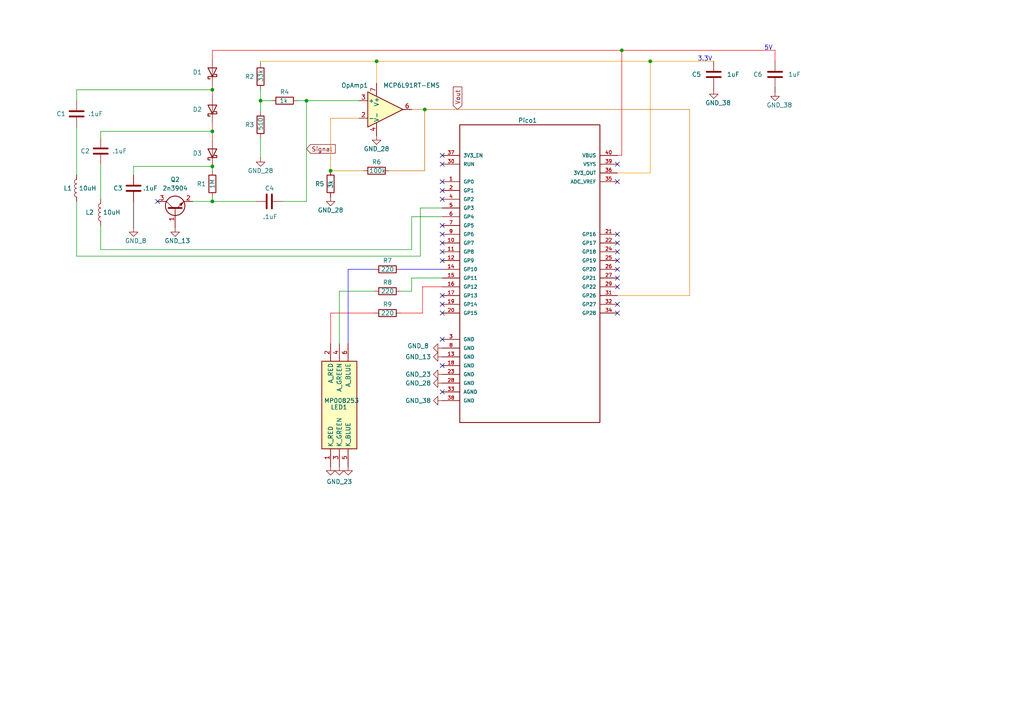
<source format=kicad_sch>
(kicad_sch (version 20231120) (generator "eeschema") (generator_version "8.0")
  (paper "A4")
  (lib_symbols
    (symbol "Amplifier_Operational:MCP6L91RT-EMS" (pin_names (offset 0.127))
      (property "Reference" "U" (at 0 6.35 0))
      (property "Value" "MCP6L91RT-EMS" (at 0 3.81 0))
      (symbol "MCP6L91RT-EMS_0_1"
        (polyline (pts (xy -5.08 5.08) (xy 5.08 0) (xy -5.08 -5.08) (xy -5.08 5.08)) (stroke (width 0.254)) (fill (type background)))
      )
      (symbol "MCP6L91RT-EMS_1_1"
        (pin no_connect line (at -2.54 2.54 270) (length 2.54) hide (name "NC") (number "1"))
        (pin input line (at -7.62 -2.54 0) (length 2.54) (name "-") (number "2"))
        (pin input line (at -7.62 2.54 0) (length 2.54) (name "+") (number "3"))
        (pin power_in line (at -2.54 -7.62 90) (length 3.81) (name "V-") (number "4"))
        (pin no_connect line (at 0 2.54 270) (length 2.54) hide (name "NC") (number "5"))
        (pin output line (at 7.62 0 180) (length 2.54) (name "~") (number "6"))
        (pin power_in line (at -2.54 7.62 270) (length 3.81) (name "V+") (number "7"))
        (pin no_connect line (at 0 -2.54 90) (length 2.54) hide (name "NC") (number "8"))
      )
    )
    (symbol "Device:C" (pin_numbers hide) (pin_names (offset 0.254))
      (property "Reference" "C" (at 0.635 2.54 0))
      (property "Value" "C" (at 0.635 -2.54 0))
      (symbol "C_0_1"
        (polyline (pts (xy -2.032 -0.762) (xy 2.032 -0.762)) (stroke (width 0.508)))
        (polyline (pts (xy -2.032 0.762) (xy 2.032 0.762)) (stroke (width 0.508)))
      )
      (symbol "C_1_1"
        (pin passive line (at 0 3.81 270) (length 2.794) (name "~") (number "1"))
        (pin passive line (at 0 -3.81 90) (length 2.794) (name "~") (number "2"))
      )
    )
    (symbol "Device:D_Schottky" (pin_numbers hide) (pin_names (offset 1.016) hide)
      (property "Reference" "D" (at 0 2.54 0))
      (property "Value" "D_Schottky" (at 0 -2.54 0))
      (symbol "D_Schottky_0_1"
        (polyline (pts (xy 1.27 0) (xy -1.27 0)))
        (polyline (pts (xy 1.27 1.27) (xy 1.27 -1.27) (xy -1.27 0) (xy 1.27 1.27)) (stroke (width 0.254)))
        (polyline (pts (xy -1.905 0.635) (xy -1.905 1.27) (xy -1.27 1.27) (xy -1.27 -1.27) (xy -0.635 -1.27) (xy -0.635 -0.635)) (stroke (width 0.254)))
      )
      (symbol "D_Schottky_1_1"
        (pin passive line (at -3.81 0 0) (length 2.54) (name "K") (number "1"))
        (pin passive line (at 3.81 0 180) (length 2.54) (name "A") (number "2"))
      )
    )
    (symbol "Device:L" (pin_numbers hide) (pin_names (offset 1.016) hide)
      (property "Reference" "L" (at -1.27 0 90))
      (property "Value" "L" (at 1.905 0 90))
      (symbol "L_0_1"
        (arc (start 0 -2.54) (mid 0.6323 -1.905) (end 0 -1.27))
        (arc (start 0 -1.27) (mid 0.6323 -0.635) (end 0 0))
        (arc (start 0 0) (mid 0.6323 0.635) (end 0 1.27))
        (arc (start 0 1.27) (mid 0.6323 1.905) (end 0 2.54))
      )
      (symbol "L_1_1"
        (pin passive line (at 0 3.81 270) (length 1.27) (name "1") (number "1"))
        (pin passive line (at 0 -3.81 90) (length 1.27) (name "2") (number "2"))
      )
    )
    (symbol "Device:R" (pin_numbers hide) (pin_names (offset 0))
      (property "Reference" "R" (at 2.032 0 90))
      (property "Value" "R" (at 0 0 90))
      (symbol "R_0_1"
        (rectangle (start -1.016 -2.54) (end 1.016 2.54) (stroke (width 0.254)))
      )
      (symbol "R_1_1"
        (pin passive line (at 0 3.81 270) (length 1.27) (name "~") (number "1"))
        (pin passive line (at 0 -3.81 90) (length 1.27) (name "~") (number "2"))
      )
    )
    (symbol "GND_1" (power) (pin_numbers hide) (pin_names (offset 0) hide)
      (property "Value" "GND" (at 0 -3.81 0))
      (symbol "GND_1_0_1"
        (polyline (pts (xy 0 0) (xy 0 -1.27) (xy 1.27 -1.27) (xy 0 -2.54) (xy -1.27 -1.27) (xy 0 -1.27)))
      )
      (symbol "GND_1_1_1"
        (pin power_in line (at 0 0 270) (length 0) (name "~") (number "1"))
      )
    )
    (symbol "MP008253:MP008253"
      (property "Reference" "LED" (at 31.75 7.62 0))
      (property "Value" "MP008253" (at 31.75 5.08 0))
      (symbol "MP008253_1_1"
        (rectangle (start 5.08 2.54) (end 30.48 -7.62) (stroke (width 0.254)) (fill (type background)))
        (pin passive line (at 0 0 0) (length 5.08) (name "K_RED") (number "1"))
        (pin passive line (at 35.56 0 180) (length 5.08) (name "A_RED") (number "2"))
        (pin passive line (at 0 -2.54 0) (length 5.08) (name "K_GREEN") (number "3"))
        (pin passive line (at 35.56 -2.54 180) (length 5.08) (name "A_GREEN") (number "4"))
        (pin passive line (at 0 -5.08 0) (length 5.08) (name "K_BLUE") (number "5"))
        (pin passive line (at 35.56 -5.08 180) (length 5.08) (name "A_BLUE") (number "6"))
      )
    )
    (symbol "Pico W:SC0918" (pin_names (offset 1.016))
      (property "Reference" "A1" (at 0 58.42 0))
      (property "Value" "SC0918" (at 0 55.88 0))
      (property "Footprint" "Raspberry Pi:MODULE_SC0918" (at -12.7 -46.99 0))
      (property "manufacturer" "Raspberry Pi" (at 0 53.34 0))
      (symbol "SC0918_0_0"
        (rectangle (start -20.32 -43.18) (end 20.32 43.18) (stroke (width 0.254)))
        (pin bidirectional line (at -25.4 26.67 0) (length 5.08) (name "GP0") (number "1"))
        (pin bidirectional line (at -25.4 8.89 0) (length 5.08) (name "GP7") (number "10"))
        (pin bidirectional line (at -25.4 6.35 0) (length 5.08) (name "GP8") (number "11"))
        (pin bidirectional line (at -25.4 3.81 0) (length 5.08) (name "GP9") (number "12"))
        (pin power_in line (at -25.4 -24.13 0) (length 5.08) (name "GND") (number "13"))
        (pin bidirectional line (at -25.4 1.27 0) (length 5.08) (name "GP10") (number "14"))
        (pin bidirectional line (at -25.4 -1.27 0) (length 5.08) (name "GP11") (number "15"))
        (pin bidirectional line (at -25.4 -3.81 0) (length 5.08) (name "GP12") (number "16"))
        (pin bidirectional line (at -25.4 -6.35 0) (length 5.08) (name "GP13") (number "17"))
        (pin power_in line (at -25.4 -26.67 0) (length 5.08) (name "GND") (number "18"))
        (pin bidirectional line (at -25.4 -8.89 0) (length 5.08) (name "GP14") (number "19"))
        (pin bidirectional line (at -25.4 24.13 0) (length 5.08) (name "GP1") (number "2"))
        (pin bidirectional line (at -25.4 -11.43 0) (length 5.08) (name "GP15") (number "20"))
        (pin bidirectional line (at 25.4 11.43 180) (length 5.08) (name "GP16") (number "21"))
        (pin bidirectional line (at 25.4 8.89 180) (length 5.08) (name "GP17") (number "22"))
        (pin power_in line (at -25.4 -29.21 0) (length 5.08) (name "GND") (number "23"))
        (pin bidirectional line (at 25.4 6.35 180) (length 5.08) (name "GP18") (number "24"))
        (pin bidirectional line (at 25.4 3.81 180) (length 5.08) (name "GP19") (number "25"))
        (pin bidirectional line (at 25.4 1.27 180) (length 5.08) (name "GP20") (number "26"))
        (pin bidirectional line (at 25.4 -1.27 180) (length 5.08) (name "GP21") (number "27"))
        (pin power_in line (at -25.4 -31.75 0) (length 5.08) (name "GND") (number "28"))
        (pin bidirectional line (at 25.4 -3.81 180) (length 5.08) (name "GP22") (number "29"))
        (pin power_in line (at -25.4 -19.05 0) (length 5.08) (name "GND") (number "3"))
        (pin input line (at -25.4 31.75 0) (length 5.08) (name "RUN") (number "30"))
        (pin bidirectional line (at 25.4 -6.35 180) (length 5.08) (name "GP26") (number "31"))
        (pin bidirectional line (at 25.4 -8.89 180) (length 5.08) (name "GP27") (number "32"))
        (pin power_in line (at -25.4 -34.29 0) (length 5.08) (name "AGND") (number "33"))
        (pin bidirectional line (at 25.4 -11.43 180) (length 5.08) (name "GP28") (number "34"))
        (pin power_in line (at 25.4 26.67 180) (length 5.08) (name "ADC_VREF") (number "35"))
        (pin power_in line (at 25.4 29.21 180) (length 5.08) (name "3V3_OUT") (number "36"))
        (pin input line (at -25.4 34.29 0) (length 5.08) (name "3V3_EN") (number "37"))
        (pin power_in line (at -25.4 -36.83 0) (length 5.08) (name "GND") (number "38"))
        (pin free line (at 25.4 31.75 180) (length 5.08) (name "VSYS") (number "39"))
        (pin bidirectional line (at -25.4 21.59 0) (length 5.08) (name "GP2") (number "4"))
        (pin free line (at 25.4 34.29 180) (length 5.08) (name "VBUS") (number "40"))
        (pin bidirectional line (at -25.4 19.05 0) (length 5.08) (name "GP3") (number "5"))
        (pin bidirectional line (at -25.4 16.51 0) (length 5.08) (name "GP4") (number "6"))
        (pin bidirectional line (at -25.4 13.97 0) (length 5.08) (name "GP5") (number "7"))
        (pin power_in line (at -25.4 -21.59 0) (length 5.08) (name "GND") (number "8"))
        (pin bidirectional line (at -25.4 11.43 0) (length 5.08) (name "GP6") (number "9"))
      )
    )
    (symbol "Transistor_BJT:MMBTA44" (pin_names (offset 0) hide)
      (property "Reference" "Q" (at 5.08 1.905 0))
      (property "Value" "MMBTA44" (at 5.08 0 0))
      (symbol "MMBTA44_0_1"
        (polyline (pts (xy 0 0) (xy 0.635 0)))
        (polyline (pts (xy 0.635 0.635) (xy 2.54 2.54)))
        (polyline (pts (xy 0.635 -0.635) (xy 2.54 -2.54) (xy 2.54 -2.54)))
        (polyline (pts (xy 0.635 1.905) (xy 0.635 -1.905) (xy 0.635 -1.905)) (stroke (width 0.508)))
        (polyline (pts (xy 1.27 -1.778) (xy 1.778 -1.27) (xy 2.286 -2.286) (xy 1.27 -1.778) (xy 1.27 -1.778)) (fill (type outline)))
        (circle (center 1.27 0) (radius 2.8194) (stroke (width 0.254)))
      )
      (symbol "MMBTA44_1_1"
        (pin input line (at -5.08 0 0) (length 5.08) (name "B") (number "1"))
        (pin passive line (at 2.54 -5.08 90) (length 2.54) (name "E") (number "2"))
        (pin passive line (at 2.54 5.08 270) (length 2.54) (name "C") (number "3"))
      )
    )
    (symbol "power:GND" (power) (pin_numbers hide) (pin_names (offset 0) hide)
      (property "Value" "GND" (at 0 -3.81 0))
      (symbol "GND_0_1"
        (polyline (pts (xy 0 0) (xy 0 -1.27) (xy 1.27 -1.27) (xy 0 -2.54) (xy -1.27 -1.27) (xy 0 -1.27)))
      )
      (symbol "GND_1_1"
        (pin power_in line (at 0 0 270) (length 0) (name "~") (number "1"))
      )
    )
  )
  (junction (at 61.595 26.035))
  (junction (at 95.885 49.53))
  (junction (at 61.595 38.1))
  (junction (at 88.9 29.21))
  (junction (at 188.595 17.78))
  (junction (at 61.595 58.42))
  (junction (at 123.19 31.75))
  (junction (at 61.595 48.26))
  (junction (at 109.22 17.78))
  (junction (at 75.565 29.21))
  (junction (at 180.34 14.605))
  (no_connect (at 128.27 106.045))
  (no_connect (at 128.27 57.785))
  (no_connect (at 179.07 70.485))
  (no_connect (at 128.27 45.085))
  (no_connect (at 128.27 52.705))
  (no_connect (at 128.27 65.405))
  (no_connect (at 179.07 52.705))
  (no_connect (at 179.07 75.565))
  (no_connect (at 128.27 85.725))
  (no_connect (at 128.27 55.245))
  (no_connect (at 128.27 113.665))
  (no_connect (at 179.07 47.625))
  (no_connect (at 128.27 75.565))
  (no_connect (at 179.07 90.805))
  (no_connect (at 179.07 88.265))
  (no_connect (at 128.27 88.265))
  (no_connect (at 179.07 73.025))
  (no_connect (at 179.07 83.185))
  (no_connect (at 179.07 78.105))
  (no_connect (at 128.27 90.805))
  (no_connect (at 45.72 58.42))
  (no_connect (at 128.27 70.485))
  (no_connect (at 128.27 67.945))
  (no_connect (at 179.07 67.945))
  (no_connect (at 179.07 80.645))
  (no_connect (at 128.27 98.425))
  (no_connect (at 128.27 73.025))
  (no_connect (at 128.27 47.625))
  (wire (pts (xy 61.595 48.26) (xy 61.595 49.53)))
  (wire (pts (xy 38.735 66.04) (xy 38.735 58.42)) (stroke (width 0) (color 0 0 0 1)))
  (wire (pts (xy 179.07 85.725) (xy 200.025 85.725)) (stroke (width 0) (color 221 133 0 1)))
  (wire (pts (xy 122.555 90.805) (xy 122.555 83.185)) (stroke (width 0) (color 255 0 0 1)))
  (wire (pts (xy 61.595 14.605) (xy 61.595 17.145)) (stroke (width 0) (color 255 0 0 1)))
  (wire (pts (xy 116.205 90.805) (xy 122.555 90.805)) (stroke (width 0) (color 255 0 0 1)))
  (wire (pts (xy 29.21 65.405) (xy 29.21 72.39)))
  (wire (pts (xy 123.19 31.75) (xy 123.19 49.53)) (stroke (width 0) (color 204 102 0 1)))
  (wire (pts (xy 75.565 17.78) (xy 109.22 17.78)) (stroke (width 0) (color 255 153 0 1)))
  (wire (pts (xy 119.38 84.455) (xy 119.38 80.645)))
  (wire (pts (xy 29.21 38.1) (xy 61.595 38.1)))
  (wire (pts (xy 38.735 48.26) (xy 61.595 48.26)))
  (wire (pts (xy 61.595 38.1) (xy 61.595 40.64)) (stroke (width 0) (color 255 0 0 1)))
  (wire (pts (xy 224.79 17.78) (xy 224.79 14.605)) (stroke (width 0) (color 255 0 0 1)))
  (wire (pts (xy 75.565 40.005) (xy 75.565 45.72)))
  (wire (pts (xy 179.07 50.165) (xy 188.595 50.165)) (stroke (width 0) (color 255 153 0 1)))
  (wire (pts (xy 61.595 57.15) (xy 61.595 58.42)))
  (wire (pts (xy 75.565 29.21) (xy 78.74 29.21)))
  (wire (pts (xy 61.595 35.56) (xy 61.595 38.1)) (stroke (width 0) (color 255 0 0 1)))
  (wire (pts (xy 116.205 84.455) (xy 119.38 84.455)))
  (wire (pts (xy 22.225 36.83) (xy 22.225 50.8)))
  (wire (pts (xy 109.22 17.78) (xy 109.22 24.13)) (stroke (width 0) (color 255 153 0 1)))
  (wire (pts (xy 98.425 84.455) (xy 108.585 84.455)))
  (wire (pts (xy 180.34 14.605) (xy 224.79 14.605)) (stroke (width 0) (color 255 0 0 1)))
  (wire (pts (xy 29.21 47.625) (xy 29.21 57.785)))
  (wire (pts (xy 121.92 74.295) (xy 22.225 74.295)))
  (wire (pts (xy 38.735 48.26) (xy 38.735 50.8)))
  (wire (pts (xy 86.36 29.21) (xy 88.9 29.21)))
  (wire (pts (xy 207.01 25.4) (xy 207.01 26.035)) (stroke (width 0) (color 0 0 0 1)))
  (wire (pts (xy 88.9 29.21) (xy 104.14 29.21)))
  (wire (pts (xy 224.79 25.4) (xy 224.79 26.67)) (stroke (width 0) (color 0 0 0 1)))
  (wire (pts (xy 22.225 26.035) (xy 61.595 26.035)))
  (wire (pts (xy 22.225 74.295) (xy 22.225 58.42)))
  (wire (pts (xy 75.565 26.035) (xy 75.565 29.21)))
  (wire (pts (xy 200.025 85.725) (xy 200.025 31.75)) (stroke (width 0) (color 221 133 0 1)))
  (wire (pts (xy 109.22 17.78) (xy 188.595 17.78)) (stroke (width 0) (color 255 153 0 1)))
  (wire (pts (xy 61.595 14.605) (xy 180.34 14.605)) (stroke (width 0) (color 255 0 0 1)))
  (wire (pts (xy 61.595 26.035) (xy 61.595 24.765)) (stroke (width 0) (color 255 0 0 1)))
  (wire (pts (xy 207.01 17.78) (xy 188.595 17.78)) (stroke (width 0) (color 255 153 0 1)))
  (wire (pts (xy 61.595 27.94) (xy 61.595 26.035)) (stroke (width 0) (color 255 0 0 1)))
  (wire (pts (xy 55.88 58.42) (xy 61.595 58.42)))
  (wire (pts (xy 188.595 50.165) (xy 188.595 17.78)) (stroke (width 0) (color 255 153 0 1)))
  (wire (pts (xy 81.915 58.42) (xy 88.9 58.42)))
  (wire (pts (xy 100.965 78.105) (xy 108.585 78.105)) (stroke (width 0) (color 0 0 255 1)))
  (wire (pts (xy 100.965 78.105) (xy 100.965 99.695)) (stroke (width 0) (color 0 0 255 1)))
  (wire (pts (xy 123.19 31.75) (xy 200.025 31.75)) (stroke (width 0) (color 204 102 0 1)))
  (wire (pts (xy 95.885 90.805) (xy 95.885 99.695)) (stroke (width 0) (color 255 0 0 1)))
  (wire (pts (xy 119.38 62.865) (xy 119.38 72.39)))
  (wire (pts (xy 95.885 49.53) (xy 105.41 49.53)) (stroke (width 0) (color 221 133 0 1)))
  (wire (pts (xy 119.38 80.645) (xy 128.27 80.645)))
  (wire (pts (xy 121.92 60.325) (xy 128.27 60.325)))
  (wire (pts (xy 75.565 18.415) (xy 75.565 17.78)))
  (wire (pts (xy 180.34 14.605) (xy 180.34 45.085)) (stroke (width 0) (color 255 0 0 1)))
  (wire (pts (xy 104.14 34.29) (xy 95.885 34.29)) (stroke (width 0) (color 221 133 0 1)))
  (wire (pts (xy 98.425 84.455) (xy 98.425 99.695)))
  (wire (pts (xy 121.92 60.325) (xy 121.92 74.295)))
  (wire (pts (xy 116.205 78.105) (xy 128.27 78.105)) (stroke (width 0) (color 0 0 255 1)))
  (wire (pts (xy 75.565 32.385) (xy 75.565 29.21)))
  (wire (pts (xy 29.21 38.1) (xy 29.21 40.005)))
  (wire (pts (xy 123.19 49.53) (xy 113.03 49.53)) (stroke (width 0) (color 204 102 0 1)))
  (wire (pts (xy 119.38 62.865) (xy 128.27 62.865)))
  (wire (pts (xy 122.555 83.185) (xy 128.27 83.185)) (stroke (width 0) (color 255 0 0 1)))
  (wire (pts (xy 61.595 58.42) (xy 74.295 58.42)))
  (wire (pts (xy 22.225 29.21) (xy 22.225 26.035)))
  (wire (pts (xy 179.07 45.085) (xy 180.34 45.085)) (stroke (width 0) (color 255 0 0 1)))
  (wire (pts (xy 88.9 58.42) (xy 88.9 29.21)))
  (wire (pts (xy 119.38 31.75) (xy 123.19 31.75)) (stroke (width 0) (color 204 102 0 1)))
  (wire (pts (xy 95.885 34.29) (xy 95.885 49.53)) (stroke (width 0) (color 221 133 0 1)))
  (wire (pts (xy 95.885 90.805) (xy 108.585 90.805)) (stroke (width 0) (color 255 0 0 1)))
  (wire (pts (xy 29.21 72.39) (xy 119.38 72.39)))
  (text "3.3V" (at 204.47 17.145 0) (effects (font (size 1.27 1.27))))
  (text "5V" (at 222.885 13.97 0) (effects (font (size 1.27 1.27))))
  (global_label "Signal" (shape input) (at 88.9 43.18 0) (property "Intersheetrefs" "${INTERSHEET_REFS}" (effects (hide yes))))
  (global_label "Vout" (shape input) (at 132.715 31.75 90) (property "Intersheetrefs" "${INTERSHEET_REFS}" (effects (hide yes))))
  (symbol (lib_id "Device:R") (at 112.395 90.805 270) (unit 1)
    (property "Reference" "R9" (at 112.395 88.265 90))
    (property "Value" "220" (at 112.395 90.805 90))
    (property "Footprint" "Resistor_SMD:R_1206_3216Metric" (effects (hide yes)))
    (property "Description" "Resistor" (effects (hide yes)))
  )
  (symbol (lib_id "Device:R") (at 82.55 29.21 270) (unit 1)
    (property "Reference" "R4" (at 82.55 26.67 90))
    (property "Value" "1k" (at 82.296 29.21 90))
    (property "Footprint" "Resistor_SMD:R_1206_3216Metric" (effects (hide yes)))
    (property "Description" "Resistor" (effects (hide yes)))
  )
  (symbol (lib_id "Device:L") (at 22.225 54.61 180) (unit 1)
    (property "Reference" "L1" (at 18.415 54.61 0) (effects (justify right)))
    (property "Value" "10uH" (at 22.86 54.61 0) (effects (justify right)))
    (property "Footprint" "Inductor_SMD:L_Coilcraft_LPS4414" (effects (hide yes)))
    (property "Description" "Inductor" (effects (hide yes)))
  )
  (symbol (lib_id "power:GND") (at 95.885 57.15 0) (unit 1)
    (property "Reference" "#PWR02" (effects (hide yes)))
    (property "Value" "GND_28" (at 95.885 60.96 0))
    (property "Description" "Power symbol creates a global label with name \"GND\" , ground" (effects (hide yes)))
  )
  (symbol (lib_id "Device:C") (at 224.79 21.59 180) (unit 1)
    (property "Reference" "C6" (at 218.44 21.59 0) (effects (justify right)))
    (property "Value" "1uF" (at 228.6 21.59 0) (effects (justify right)))
    (property "Footprint" "Capacitor_SMD:C_1206_3216Metric_Pad1.33x1.80mm_HandSolder" (effects (hide yes)))
    (property "Description" "Unpolarized capacitor" (effects (hide yes)))
  )
  (symbol (lib_name "GND_1") (lib_id "power:GND") (at 128.27 103.505 270) (unit 1)
    (property "Reference" "#PWR012" (effects (hide yes)))
    (property "Value" "GND_13" (at 121.285 103.505 90))
    (property "Description" "Power symbol creates a global label with name \"GND\" , ground" (effects (hide yes)))
  )
  (symbol (lib_name "GND_1") (lib_id "power:GND") (at 207.01 26.035 0) (unit 1)
    (property "Reference" "#PWR011" (effects (hide yes)))
    (property "Value" "GND_38" (at 208.28 29.845 0))
    (property "Description" "Power symbol creates a global label with name \"GND\" , ground" (effects (hide yes)))
  )
  (symbol (lib_id "power:GND") (at 109.22 39.37 0) (unit 1)
    (property "Reference" "#PWR016" (effects (hide yes)))
    (property "Value" "GND_28" (at 109.22 43.18 0))
    (property "Description" "Power symbol creates a global label with name \"GND\" , ground" (effects (hide yes)))
  )
  (symbol (lib_id "Device:R") (at 109.22 49.53 90) (unit 1)
    (property "Reference" "R6" (at 109.22 46.99 90))
    (property "Value" "100k" (at 109.474 49.53 90))
    (property "Footprint" "Resistor_SMD:R_1206_3216Metric" (effects (hide yes)))
    (property "Description" "Resistor" (effects (hide yes)))
  )
  (symbol (lib_id "power:GND") (at 128.27 111.125 270) (unit 1)
    (property "Reference" "#PWR015" (effects (hide yes)))
    (property "Value" "GND_28" (at 121.285 111.125 90))
    (property "Description" "Power symbol creates a global label with name \"GND\" , ground" (effects (hide yes)))
  )
  (symbol (lib_name "GND_1") (lib_id "power:GND") (at 100.965 135.255 0) (unit 1)
    (property "Reference" "#PWR010" (effects (hide yes)))
    (property "Value" "GND_23" (at 98.425 139.7 0))
    (property "Description" "Power symbol creates a global label with name \"GND\" , ground" (effects (hide yes)))
  )
  (symbol (lib_id "Device:L") (at 29.21 61.595 180) (unit 1)
    (property "Reference" "L2" (at 24.765 61.595 0) (effects (justify right)))
    (property "Value" "10uH" (at 29.845 61.595 0) (effects (justify right)))
    (property "Footprint" "Inductor_SMD:L_Coilcraft_LPS4414" (effects (hide yes)))
    (property "Description" "Inductor" (effects (hide yes)))
  )
  (symbol (lib_id "Device:R") (at 112.395 84.455 270) (unit 1)
    (property "Reference" "R8" (at 112.395 81.915 90))
    (property "Value" "220" (at 112.395 84.455 90))
    (property "Footprint" "Resistor_SMD:R_1206_3216Metric" (effects (hide yes)))
    (property "Description" "Resistor" (effects (hide yes)))
  )
  (symbol (lib_id "Pico W:SC0918") (at 153.67 79.375 0) (unit 1)
    (property "Reference" "Pico1" (at 153.035 34.925 0))
    (property "Value" "SC0918" (effects (hide yes)))
    (property "Footprint" "Pico W:MODULE_SC0918" (effects (hide yes)))
    (property "Datasheet" "https://datasheets.raspberrypi.com/picow/pico-w-datasheet.pdf" (effects (hide yes)))
    (property "manufacturer" "Raspberry Pi" (effects (hide yes)))
    (property "P/N" "SC0918" (effects (hide yes)))
    (property "PARTREV" "1.6" (effects (hide yes)))
    (property "MAXIMUM_PACKAGE_HEIGHT" "3.73mm" (effects (hide yes)))
  )
  (symbol (lib_id "Device:R") (at 112.395 78.105 270) (unit 1)
    (property "Reference" "R7" (at 112.395 75.565 90))
    (property "Value" "220" (at 112.395 78.105 90))
    (property "Footprint" "Resistor_SMD:R_1206_3216Metric" (effects (hide yes)))
    (property "Description" "Resistor" (effects (hide yes)))
  )
  (symbol (lib_id "Device:C") (at 29.21 43.815 0) (unit 1)
    (property "Reference" "C2" (at 26.035 43.815 0) (effects (justify right)))
    (property "Value" ".1uF" (at 36.83 43.815 0) (effects (justify right)))
    (property "Footprint" "Capacitor_SMD:C_1206_3216Metric_Pad1.33x1.80mm_HandSolder" (effects (hide yes)))
    (property "Description" "Unpolarized capacitor" (effects (hide yes)))
  )
  (symbol (lib_id "Device:R") (at 95.885 53.34 180) (unit 1)
    (property "Reference" "R5" (at 92.71 53.34 0))
    (property "Value" "3k" (at 95.885 53.467 90))
    (property "Footprint" "Resistor_SMD:R_1206_3216Metric" (effects (hide yes)))
    (property "Description" "Resistor" (effects (hide yes)))
  )
  (symbol (lib_id "Device:R") (at 75.565 36.195 0) (mirror x) (unit 1)
    (property "Reference" "R3" (at 72.39 36.195 0))
    (property "Value" "510" (at 75.565 35.941 90))
    (property "Footprint" "Resistor_SMD:R_1206_3216Metric" (effects (hide yes)))
    (property "Description" "Resistor" (effects (hide yes)))
  )
  (symbol (lib_id "Device:C") (at 207.01 21.59 180) (unit 1)
    (property "Reference" "C5" (at 200.66 21.59 0) (effects (justify right)))
    (property "Value" "1uF" (at 210.82 21.59 0) (effects (justify right)))
    (property "Footprint" "Capacitor_SMD:C_1206_3216Metric_Pad1.33x1.80mm_HandSolder" (effects (hide yes)))
    (property "Description" "Unpolarized capacitor" (effects (hide yes)))
  )
  (symbol (lib_name "GND_1") (lib_id "power:GND") (at 128.27 100.965 270) (unit 1)
    (property "Reference" "#PWR06" (effects (hide yes)))
    (property "Value" "GND_8" (at 121.285 100.33 90))
    (property "Description" "Power symbol creates a global label with name \"GND\" , ground" (effects (hide yes)))
  )
  (symbol (lib_id "Device:C") (at 78.105 58.42 90) (unit 1)
    (property "Reference" "C4" (at 76.835 54.61 90) (effects (justify right)))
    (property "Value" ".1uF" (at 76.2 62.865 90) (effects (justify right)))
    (property "Footprint" "Capacitor_SMD:C_1206_3216Metric_Pad1.33x1.80mm_HandSolder" (effects (hide yes)))
    (property "Description" "Unpolarized capacitor" (effects (hide yes)))
  )
  (symbol (lib_name "GND_1") (lib_id "power:GND") (at 95.885 135.255 0) (unit 1)
    (property "Reference" "#PWR07" (effects (hide yes)))
    (property "Value" "GND_23" (effects (hide yes)))
    (property "Description" "Power symbol creates a global label with name \"GND\" , ground" (effects (hide yes)))
  )
  (symbol (lib_name "GND_1") (lib_id "power:GND") (at 50.8 66.04 0) (unit 1)
    (property "Reference" "#PWR013" (effects (hide yes)))
    (property "Value" "GND_13" (at 51.435 69.85 0))
    (property "Description" "Power symbol creates a global label with name \"GND\" , ground" (effects (hide yes)))
  )
  (symbol (lib_name "GND_1") (lib_id "power:GND") (at 38.735 66.04 0) (unit 1)
    (property "Reference" "#PWR08" (effects (hide yes)))
    (property "Value" "GND_8" (at 39.37 69.85 0))
    (property "Description" "Power symbol creates a global label with name \"GND\" , ground" (effects (hide yes)))
  )
  (symbol (lib_id "Device:C") (at 22.225 33.02 0) (unit 1)
    (property "Reference" "C1" (at 19.05 33.02 0) (effects (justify right)))
    (property "Value" ".1uF" (at 29.845 33.02 0) (effects (justify right)))
    (property "Footprint" "Capacitor_SMD:C_1206_3216Metric_Pad1.33x1.80mm_HandSolder" (effects (hide yes)))
    (property "Description" "Unpolarized capacitor" (effects (hide yes)))
  )
  (symbol (lib_id "Device:D_Schottky") (at 61.595 31.75 90) (unit 1)
    (property "Reference" "D2" (at 55.88 31.75 90) (effects (justify right)))
    (property "Value" "D_Schottky" (effects (hide yes)))
    (property "Footprint" "MBRS1100T3G:SMB_403A-03_ONS" (effects (hide yes)))
    (property "Description" "Schottky diode" (effects (hide yes)))
  )
  (symbol (lib_id "Device:D_Schottky") (at 61.595 44.45 90) (unit 1)
    (property "Reference" "D3" (at 55.88 44.45 90) (effects (justify right)))
    (property "Value" "D_Schottky" (effects (hide yes)))
    (property "Footprint" "MBRS1100T3G:SMB_403A-03_ONS" (effects (hide yes)))
    (property "Description" "Schottky diode" (effects (hide yes)))
  )
  (symbol (lib_id "power:GND") (at 75.565 45.72 0) (unit 1)
    (property "Reference" "#PWR04" (effects (hide yes)))
    (property "Value" "GND_28" (at 75.565 49.53 0))
    (property "Description" "Power symbol creates a global label with name \"GND\" , ground" (effects (hide yes)))
  )
  (symbol (lib_name "GND_1") (lib_id "power:GND") (at 128.27 116.205 270) (unit 1)
    (property "Reference" "#PWR03" (effects (hide yes)))
    (property "Value" "GND_38" (at 121.285 116.205 90))
    (property "Description" "Power symbol creates a global label with name \"GND\" , ground" (effects (hide yes)))
  )
  (symbol (lib_id "Amplifier_Operational:MCP6L91RT-EMS") (at 111.76 31.75 0) (unit 1)
    (property "Reference" "OpAmp1" (at 102.87 24.765 0))
    (property "Value" "MCP6L91RT-EMS" (at 119.38 24.765 0))
    (property "Footprint" "op_amp_MCP6291-E/MS:MSOP8_MC_MCH" (effects (hide yes)))
    (property "Datasheet" "http://ww1.microchip.com/downloads/en/DeviceDoc/22141b.pdf" (effects (hide yes)))
    (property "Description" "10 MHz, 850 µA Op Amps, MSOP-8" (effects (hide yes)))
  )
  (symbol (lib_name "GND_1") (lib_id "power:GND") (at 98.425 135.255 0) (unit 1)
    (property "Reference" "#PWR09" (effects (hide yes)))
    (property "Value" "GND_23" (effects (hide yes)))
    (property "Description" "Power symbol creates a global label with name \"GND\" , ground" (effects (hide yes)))
  )
  (symbol (lib_id "Device:R") (at 75.565 22.225 180) (unit 1)
    (property "Reference" "R2" (at 72.39 22.225 0))
    (property "Value" "33k" (at 75.565 21.971 90))
    (property "Footprint" "Resistor_SMD:R_1206_3216Metric" (effects (hide yes)))
    (property "Description" "Resistor" (effects (hide yes)))
  )
  (symbol (lib_id "power:GND") (at 224.79 26.67 0) (unit 1)
    (property "Reference" "#PWR01" (effects (hide yes)))
    (property "Value" "GND_38" (at 226.06 30.48 0))
    (property "Description" "Power symbol creates a global label with name \"GND\" , ground" (effects (hide yes)))
  )
  (symbol (lib_id "Device:R") (at 61.595 53.34 0) (mirror x) (unit 1)
    (property "Reference" "R1" (at 58.42 53.34 0))
    (property "Value" "1M" (at 61.595 53.34 90))
    (property "Footprint" "Resistor_SMD:R_1206_3216Metric" (effects (hide yes)))
    (property "Description" "Resistor" (effects (hide yes)))
  )
  (symbol (lib_id "Device:C") (at 38.735 54.61 0) (unit 1)
    (property "Reference" "C3" (at 35.56 54.61 0) (effects (justify right)))
    (property "Value" ".1uF" (at 45.72 54.61 0) (effects (justify right)))
    (property "Footprint" "Capacitor_SMD:C_1206_3216Metric_Pad1.33x1.80mm_HandSolder" (effects (hide yes)))
    (property "Description" "Unpolarized capacitor" (effects (hide yes)))
  )
  (symbol (lib_id "Transistor_BJT:MMBTA44") (at 50.8 60.96 90) (unit 1)
    (property "Reference" "Q2" (at 50.8 52.07 90))
    (property "Value" "2n3904" (at 50.8 54.61 90))
    (property "Footprint" "Package_TO_SOT_SMD:SOT-23" (effects (hide yes)))
    (property "Datasheet" "https://diotec.com/request/datasheet/mmbta42.pdf" (effects (hide yes)))
    (property "Description" "0.3A Ic, 400V Vce, NPN High Voltage Transistor, SOT-23" (effects (hide yes)))
  )
  (symbol (lib_name "GND_1") (lib_id "power:GND") (at 128.27 108.585 270) (unit 1)
    (property "Reference" "#PWR014" (effects (hide yes)))
    (property "Value" "GND_23" (at 121.285 108.585 90))
    (property "Description" "Power symbol creates a global label with name \"GND\" , ground" (effects (hide yes)))
  )
  (symbol (lib_id "MP008253:MP008253") (at 95.885 135.255 90) (unit 1)
    (property "Reference" "LED1" (at 95.885 118.11 90) (effects (justify right)))
    (property "Value" "MP008253" (at 93.98 116.205 90) (effects (justify right)))
    (property "Footprint" "MP008253:MP008253" (effects (hide yes)))
    (property "Description" "Chip LED, RGB, 5mm x 5mm, 120, 6-Pin, Surface Mount" (effects (hide yes)))
    (property "Height" "1.7" (effects (hide yes)))
    (property "Manufacturer_Name" "Multicomp Pro" (effects (hide yes)))
    (property "Manufacturer_Part_Number" "MP008253" (effects (hide yes)))
  )
  (symbol (lib_id "Device:D_Schottky") (at 61.595 20.955 90) (unit 1)
    (property "Reference" "D1" (at 55.88 20.955 90) (effects (justify right)))
    (property "Value" "D_Schottky" (effects (hide yes)))
    (property "Footprint" "MBRS1100T3G:SMB_403A-03_ONS" (effects (hide yes)))
    (property "Description" "Schottky diode" (effects (hide yes)))
  )
)
</source>
